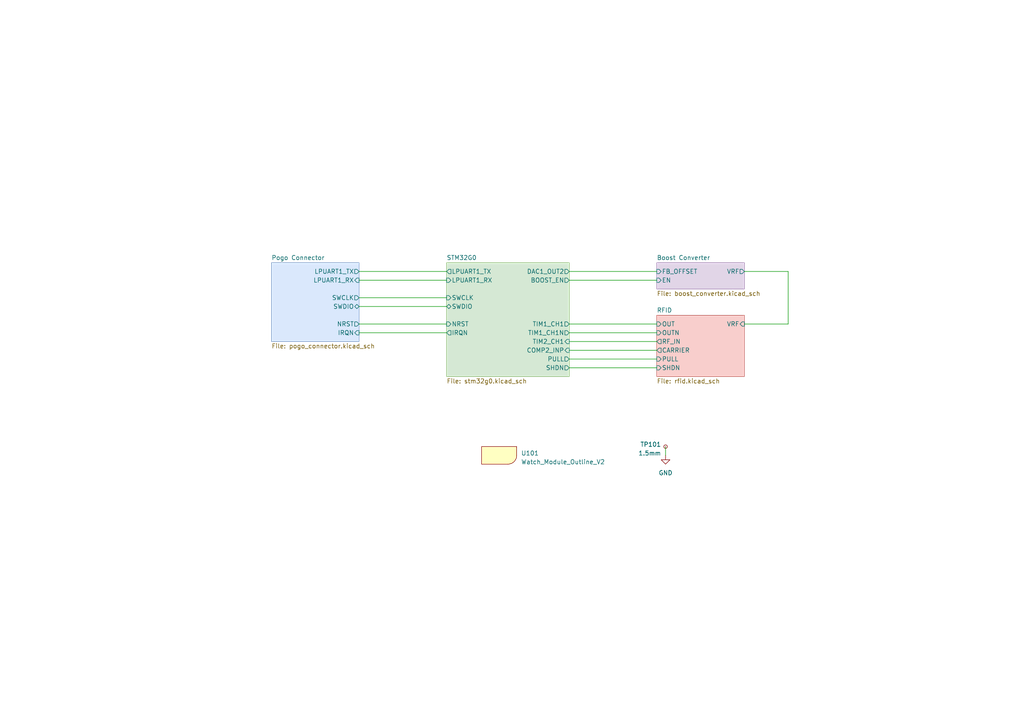
<source format=kicad_sch>
(kicad_sch (version 20230121) (generator eeschema)
  (paper "A4")
  (title_block (date "2024-01-05") (rev "1.1"))
  (lib_symbols
    (symbol "Connector:TestPoint_Small" (pin_numbers hide) (pin_names (offset 0.762) hide)
      (property "Reference" "TP" (at 0 3.81 0))
      (property "Value" "TestPoint_Small" (at 0 2.032 0))
      (symbol "TestPoint_Small_0_1"
        (circle (center 0 0) (radius 0.508))
      )
      (symbol "TestPoint_Small_1_1"
        (pin passive line (at 0 0 90) (length 0) (name "1") (number "1"))
      )
    )
    (symbol "power:GND" (power) (pin_names (offset 0))
      (property "Value" "GND" (at 0 -3.81 0))
      (symbol "GND_0_1"
        (polyline (pts (xy 0 0) (xy 0 -1.27) (xy 1.27 -1.27) (xy 0 -2.54) (xy -1.27 -1.27) (xy 0 -1.27)))
      )
      (symbol "GND_1_1"
        (pin power_in line (at 0 0 270) (length 0) hide (name "GND") (number "1"))
      )
    )
    (symbol "watch_symbols_lib:Watch_Module_Outline_V2" (in_bom no)
      (property "Reference" "U" (at 0 7.62 0))
      (property "Value" "Watch_Module_Outline_V2" (at 0 5.08 0))
      (symbol "Watch_Module_Outline_V2_0_1"
        (polyline (pts (xy -5.08 2.54) (xy -5.08 -2.54)))
        (polyline (pts (xy -5.08 2.54) (xy 5.08 2.54)))
        (polyline (pts (xy 5.08 2.54) (xy 5.08 0)))
        (polyline (pts (xy -5.08 -2.54) (xy -2.54 -2.54) (xy 2.54 -2.54)))
      )
      (symbol "Watch_Module_Outline_V2_1_1"
        (rectangle (start -5.08 2.54) (end 2.54 -2.54) (stroke (width -0.0001)) (fill (type background)))
        (arc (start 2.54 -2.54) (mid 4.3361 -1.7961) (end 5.08 0))
        (circle (center 2.54 0) (radius 2.54) (stroke (width -0.0001)) (fill (type background)))
        (rectangle (start 2.54 2.54) (end 5.08 0) (stroke (width -0.0001)) (fill (type background)))
      )
    )
  )
  (wire (pts (xy 165.1 99.06) (xy 190.5 99.06)))
  (wire (pts (xy 165.1 101.6) (xy 190.5 101.6)))
  (wire (pts (xy 215.9 93.98) (xy 228.6 93.98)))
  (wire (pts (xy 104.14 78.74) (xy 129.54 78.74)))
  (wire (pts (xy 165.1 78.74) (xy 190.5 78.74)))
  (wire (pts (xy 228.6 78.74) (xy 228.6 93.98)))
  (wire (pts (xy 104.14 96.52) (xy 129.54 96.52)))
  (wire (pts (xy 104.14 93.98) (xy 129.54 93.98)))
  (wire (pts (xy 104.14 88.9) (xy 129.54 88.9)))
  (wire (pts (xy 104.14 86.36) (xy 129.54 86.36)))
  (wire (pts (xy 193.04 129.54) (xy 193.04 132.08)))
  (wire (pts (xy 104.14 81.28) (xy 129.54 81.28)))
  (wire (pts (xy 165.1 104.14) (xy 190.5 104.14)))
  (wire (pts (xy 165.1 81.28) (xy 190.5 81.28)))
  (wire (pts (xy 215.9 78.74) (xy 228.6 78.74)))
  (wire (pts (xy 165.1 106.68) (xy 190.5 106.68)))
  (wire (pts (xy 165.1 96.52) (xy 190.5 96.52)))
  (wire (pts (xy 165.1 93.98) (xy 190.5 93.98)))
  (symbol (lib_id "Connector:TestPoint_Small") (at 193.04 129.54 0) (mirror y) (unit 1)
    (property "Reference" "TP101" (at 191.77 128.905 0) (effects (justify left)))
    (property "Value" "1.5mm" (at 191.77 131.445 0) (effects (justify left)))
    (property "Footprint" "TestPoint:TestPoint_Pad_D1.5mm" (effects hide))
  )
  (symbol (lib_id "watch_symbols_lib:Watch_Module_Outline_V2") (at 144.78 132.08 0) (unit 1) (in_bom no)
    (property "Reference" "U101" (at 151.13 131.445 0) (effects (justify left)))
    (property "Value" "Watch_Module_Outline_V2" (at 151.13 133.985 0) (effects (justify left)))
    (property "Footprint" "watch_footprints:Watch Module Outline V2" (effects hide))
  )
  (symbol (lib_id "power:GND") (at 193.04 132.08 0) (unit 1)
    (property "Reference" "#PWR0101" (effects hide))
    (property "Value" "GND" (at 193.04 137.16 0))
  )
  (sheet (at 190.5 76.2) (size 25.4 7.62) (stroke (width 0.1524) (color 150 115 166 1)) (fill (color 225 213 231 1.0000))
    (property "Sheetname" "Boost Converter" (at 190.5 75.4884 0) (effects (justify left bottom)))
    (property "Sheetfile" "boost_converter.kicad_sch" (at 190.5 84.4046 0) (effects (justify left top)))
    (pin "FB_OFFSET" input (at 190.5 78.74 180))
    (pin "VRF" output (at 215.9 78.74 0))
    (pin "EN" input (at 190.5 81.28 180))
  )
  (sheet (at 78.74 76.2) (size 25.4 22.86) (stroke (width 0.1524) (color 108 142 191 1)) (fill (color 218 232 252 1.0000))
    (property "Sheetname" "Pogo Connector" (at 78.74 75.4884 0) (effects (justify left bottom)))
    (property "Sheetfile" "pogo_connector.kicad_sch" (at 78.74 99.6446 0) (effects (justify left top)))
    (pin "LPUART1_RX" input (at 104.14 81.28 0))
    (pin "LPUART1_TX" output (at 104.14 78.74 0))
    (pin "SWCLK" output (at 104.14 86.36 0))
    (pin "SWDIO" bidirectional (at 104.14 88.9 0))
    (pin "IRQN" input (at 104.14 96.52 0))
    (pin "NRST" output (at 104.14 93.98 0))
  )
  (sheet (at 190.5 91.44) (size 25.4 17.78) (stroke (width 0.1524) (color 184 84 80 1)) (fill (color 248 206 204 1.0000))
    (property "Sheetname" "RFID" (at 190.5 90.7284 0) (effects (justify left bottom)))
    (property "Sheetfile" "rfid.kicad_sch" (at 190.5 109.8046 0) (effects (justify left top)))
    (pin "SHDN" input (at 190.5 106.68 180))
    (pin "OUTN" input (at 190.5 96.52 180))
    (pin "OUT" input (at 190.5 93.98 180))
    (pin "RF_IN" output (at 190.5 99.06 180))
    (pin "CARRIER" output (at 190.5 101.6 180))
    (pin "PULL" input (at 190.5 104.14 180))
    (pin "VRF" input (at 215.9 93.98 0))
  )
  (sheet (at 129.54 76.2) (size 35.56 33.02) (stroke (width 0.1524) (color 130 179 102 1)) (fill (color 213 232 212 1.0000))
    (property "Sheetname" "STM32G0" (at 129.54 75.4884 0) (effects (justify left bottom)))
    (property "Sheetfile" "stm32g0.kicad_sch" (at 129.54 109.8046 0) (effects (justify left top)))
    (pin "PULL" output (at 165.1 104.14 0))
    (pin "SWDIO" bidirectional (at 129.54 88.9 180))
    (pin "SHDN" output (at 165.1 106.68 0))
    (pin "SWCLK" input (at 129.54 86.36 180))
    (pin "TIM2_CH1" input (at 165.1 99.06 0))
    (pin "LPUART1_TX" output (at 129.54 78.74 180))
    (pin "LPUART1_RX" input (at 129.54 81.28 180))
    (pin "DAC1_OUT2" output (at 165.1 78.74 0))
    (pin "TIM1_CH1" output (at 165.1 93.98 0))
    (pin "TIM1_CH1N" output (at 165.1 96.52 0))
    (pin "BOOST_EN" output (at 165.1 81.28 0))
    (pin "COMP2_INP" input (at 165.1 101.6 0))
    (pin "IRQN" output (at 129.54 96.52 180))
    (pin "NRST" input (at 129.54 93.98 180))
  )
)
</source>
